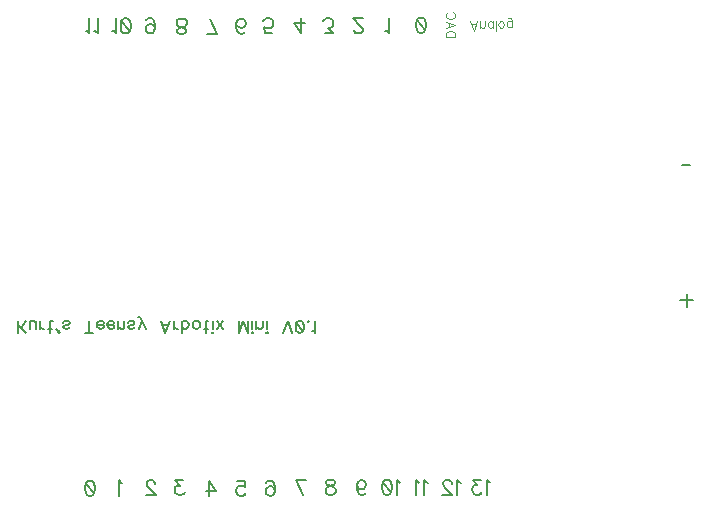
<source format=gbo>
G04 DipTrace 3.0.0.0*
G04 Teensy-Arbotix-mini.gbo*
%MOIN*%
G04 #@! TF.FileFunction,Legend,Bot*
G04 #@! TF.Part,Single*
%ADD89C,0.006176*%
%ADD90C,0.00772*%
%ADD92C,0.004632*%
%FSLAX26Y26*%
G04*
G70*
G90*
G75*
G01*
G04 BotSilk*
%LPD*%
X1545201Y470547D2*
D90*
X1552331Y468170D1*
X1554763Y463417D1*
Y458608D1*
X1552331Y453855D1*
X1547578Y451423D1*
X1538016Y449047D1*
X1530831Y446670D1*
X1526078Y441862D1*
X1523701Y437109D1*
Y429924D1*
X1526078Y425170D1*
X1528454Y422738D1*
X1535639Y420362D1*
X1545201D1*
X1552331Y422738D1*
X1554763Y425170D1*
X1557139Y429924D1*
Y437109D1*
X1554763Y441862D1*
X1549954Y446670D1*
X1542824Y449047D1*
X1533263Y451423D1*
X1528454Y453855D1*
X1526078Y458608D1*
Y463417D1*
X1528454Y468170D1*
X1535639Y470547D1*
X1545201D1*
X1627701Y452855D2*
X1630133Y445670D1*
X1634886Y440862D1*
X1642071Y438485D1*
X1644448D1*
X1651633Y440862D1*
X1656386Y445670D1*
X1658818Y452855D1*
Y455232D1*
X1656386Y462417D1*
X1651633Y467170D1*
X1644448Y469547D1*
X1642071D1*
X1634886Y467170D1*
X1630133Y462417D1*
X1627701Y452855D1*
Y440862D1*
X1630133Y428924D1*
X1634886Y421738D1*
X1642071Y419362D1*
X1646824D1*
X1654010Y421738D1*
X1656386Y426547D1*
X1772127Y460485D2*
X1767319Y462917D1*
X1760134Y470047D1*
Y419862D1*
X1730324Y470047D2*
X1737510Y467670D1*
X1742318Y460485D1*
X1744695Y448547D1*
Y441362D1*
X1742318Y429424D1*
X1737510Y422238D1*
X1730324Y419862D1*
X1725571D1*
X1718386Y422238D1*
X1713633Y429424D1*
X1711201Y441362D1*
Y448547D1*
X1713633Y460485D1*
X1718386Y467670D1*
X1725571Y470047D1*
X1730324D1*
X1713633Y460485D2*
X1742318Y429424D1*
X1863627Y459985D2*
X1858819Y462417D1*
X1851634Y469547D1*
Y419362D1*
X1836195Y459985D2*
X1831386Y462417D1*
X1824201Y469547D1*
Y419362D1*
X1973627Y459485D2*
X1968819Y461917D1*
X1961634Y469047D1*
Y418862D1*
X1943763Y457108D2*
Y459485D1*
X1941386Y464293D1*
X1939010Y466670D1*
X1934201Y469047D1*
X1924639D1*
X1919886Y466670D1*
X1917510Y464293D1*
X1915078Y459485D1*
Y454732D1*
X1917510Y449923D1*
X1922263Y442794D1*
X1946195Y418862D1*
X1912701D1*
X2072627Y460985D2*
X2067819Y463417D1*
X2060634Y470547D1*
Y420362D1*
X2040386Y470547D2*
X2014133D1*
X2028448Y451423D1*
X2021263D1*
X2016510Y449047D1*
X2014133Y446670D1*
X2011701Y439485D1*
Y434732D1*
X2014133Y427547D1*
X2018886Y422738D1*
X2026071Y420362D1*
X2033256D1*
X2040386Y422738D1*
X2042763Y425170D1*
X2045195Y429924D1*
X1722442Y1967454D2*
X1727251Y1965022D1*
X1734436Y1957892D1*
Y2008077D1*
X1618374Y1969830D2*
Y1967454D1*
X1620751Y1962645D1*
X1623127Y1960269D1*
X1627936Y1957892D1*
X1637497D1*
X1642251Y1960269D1*
X1644627Y1962645D1*
X1647059Y1967454D1*
Y1972207D1*
X1644627Y1977015D1*
X1639874Y1984145D1*
X1615942Y2008077D1*
X1649436D1*
X1520751Y1957892D2*
X1547004D1*
X1532689Y1977015D1*
X1539874D1*
X1544627Y1979392D1*
X1547004Y1981769D1*
X1549436Y1988954D1*
Y1993707D1*
X1547004Y2000892D1*
X1542251Y2005700D1*
X1535066Y2008077D1*
X1527881D1*
X1520751Y2005700D1*
X1518374Y2003268D1*
X1515942Y1998515D1*
X1442497Y2008077D2*
Y1957892D1*
X1418566Y1991330D1*
X1454436D1*
X1344627Y1957892D2*
X1320751D1*
X1318374Y1979392D1*
X1320751Y1977015D1*
X1327936Y1974584D1*
X1335065D1*
X1342251Y1977015D1*
X1347059Y1981769D1*
X1349436Y1988954D1*
Y1993707D1*
X1347059Y2000892D1*
X1342251Y2005700D1*
X1335066Y2008077D1*
X1327936D1*
X1320751Y2005700D1*
X1318374Y2003268D1*
X1315942Y1998515D1*
X740324Y467047D2*
X747510Y464670D1*
X752318Y457485D1*
X754695Y445547D1*
Y438362D1*
X752318Y426424D1*
X747510Y419238D1*
X740324Y416862D1*
X735571D1*
X728386Y419238D1*
X723633Y426424D1*
X721201Y438362D1*
Y445547D1*
X723633Y457485D1*
X728386Y464670D1*
X735571Y467047D1*
X740324D1*
X723633Y457485D2*
X752318Y426424D1*
X846695Y457985D2*
X841886Y460417D1*
X834701Y467547D1*
Y417362D1*
X955763Y456108D2*
Y458485D1*
X953386Y463293D1*
X951010Y465670D1*
X946201Y468047D1*
X936639D1*
X931886Y465670D1*
X929510Y463293D1*
X927078Y458485D1*
Y453732D1*
X929510Y448923D1*
X934263Y441794D1*
X958195Y417862D1*
X924701D1*
X1048886Y469047D2*
X1022633D1*
X1036948Y449923D1*
X1029763D1*
X1025010Y447547D1*
X1022633Y445170D1*
X1020201Y437985D1*
Y433232D1*
X1022633Y426047D1*
X1027386Y421238D1*
X1034571Y418862D1*
X1041756D1*
X1048886Y421238D1*
X1051263Y423670D1*
X1053695Y428424D1*
X1135639Y416862D2*
Y467047D1*
X1159571Y433609D1*
X1123701D1*
X1230010Y467047D2*
X1253886D1*
X1256263Y445547D1*
X1253886Y447923D1*
X1246701Y450355D1*
X1239571D1*
X1232386Y447923D1*
X1227578Y443170D1*
X1225201Y435985D1*
Y431232D1*
X1227578Y424047D1*
X1232386Y419238D1*
X1239571Y416862D1*
X1246701D1*
X1253886Y419238D1*
X1256263Y421670D1*
X1258695Y426424D1*
X1326078Y459917D2*
X1328454Y464670D1*
X1335639Y467047D1*
X1340393D1*
X1347578Y464670D1*
X1352386Y457485D1*
X1354763Y445547D1*
Y433609D1*
X1352386Y424047D1*
X1347578Y419238D1*
X1340393Y416862D1*
X1338016D1*
X1330886Y419238D1*
X1326078Y424047D1*
X1323701Y431232D1*
Y433609D1*
X1326078Y440794D1*
X1330886Y445547D1*
X1338016Y447923D1*
X1340393D1*
X1347578Y445547D1*
X1352386Y440794D1*
X1354763Y433609D1*
X1448133Y417862D2*
X1424201Y468047D1*
X1457695D1*
X2029508Y1997632D2*
D92*
X2018001Y1967488D1*
X2006527Y1997632D1*
X2010838Y1987584D2*
X2025197D1*
X2038772Y1977536D2*
Y1997632D1*
Y1983273D2*
X2043083Y1978962D1*
X2045968Y1977536D1*
X2050246D1*
X2053131Y1978962D1*
X2054557Y1983273D1*
Y1997632D1*
X2081031Y1977536D2*
Y1997632D1*
Y1981847D2*
X2078179Y1978962D1*
X2075294Y1977536D1*
X2071016D1*
X2068131Y1978962D1*
X2065279Y1981847D1*
X2063820Y1986158D1*
Y1989010D1*
X2065279Y1993321D1*
X2068131Y1996173D1*
X2071016Y1997632D1*
X2075294D1*
X2078179Y1996173D1*
X2081031Y1993321D1*
X2090295Y1967488D2*
Y1997632D1*
X2106721Y1977536D2*
X2103869Y1978962D1*
X2100984Y1981847D1*
X2099558Y1986158D1*
Y1989010D1*
X2100984Y1993321D1*
X2103869Y1996173D1*
X2106721Y1997632D1*
X2111032D1*
X2113917Y1996173D1*
X2116769Y1993321D1*
X2118228Y1989010D1*
Y1986158D1*
X2116769Y1981847D1*
X2113917Y1978962D1*
X2111032Y1977536D1*
X2106721D1*
X2144703Y1978962D2*
Y2001943D1*
X2143277Y2006221D1*
X2141851Y2007680D1*
X2138966Y2009106D1*
X2134655D1*
X2131803Y2007680D1*
X2144703Y1983273D2*
X2141851Y1980421D1*
X2138966Y1978962D1*
X2134655D1*
X2131803Y1980421D1*
X2128918Y1983273D1*
X2127492Y1987584D1*
Y1990469D1*
X2128918Y1994747D1*
X2131803Y1997632D1*
X2134655Y1999058D1*
X2138966D1*
X2141851Y1997632D1*
X2144703Y1994747D1*
X1839112Y1960404D2*
D90*
X1831926Y1962781D1*
X1827118Y1969966D1*
X1824741Y1981904D1*
Y1989089D1*
X1827118Y2001027D1*
X1831927Y2008212D1*
X1839112Y2010589D1*
X1843865D1*
X1851050Y2008212D1*
X1855803Y2001027D1*
X1858235Y1989089D1*
Y1981904D1*
X1855803Y1969966D1*
X1851050Y1962781D1*
X1843865Y1960404D1*
X1839112D1*
X1855803Y1969966D2*
X1827118Y2001027D1*
X1255408Y1964084D2*
X1253031Y1959330D1*
X1245846Y1956954D1*
X1241093D1*
X1233908Y1959330D1*
X1229100Y1966515D1*
X1226723Y1978454D1*
Y1990392D1*
X1229100Y1999954D1*
X1233908Y2004762D1*
X1241093Y2007139D1*
X1243470D1*
X1250600Y2004762D1*
X1255408Y1999954D1*
X1257785Y1992768D1*
Y1990392D1*
X1255408Y1983207D1*
X1250600Y1978454D1*
X1243470Y1976077D1*
X1241093D1*
X1233908Y1978454D1*
X1229100Y1983207D1*
X1226723Y1990392D1*
X1137853Y2005139D2*
X1161785Y1954954D1*
X1128291D1*
X1039285Y1956954D2*
X1032155Y1959330D1*
X1029723Y1964084D1*
Y1968892D1*
X1032155Y1973645D1*
X1036908Y1976077D1*
X1046470Y1978454D1*
X1053655Y1980830D1*
X1058408Y1985639D1*
X1060785Y1990392D1*
Y1997577D1*
X1058408Y2002330D1*
X1056031Y2004762D1*
X1048846Y2007139D1*
X1039285D1*
X1032155Y2004762D1*
X1029723Y2002330D1*
X1027347Y1997577D1*
Y1990392D1*
X1029723Y1985639D1*
X1034532Y1980830D1*
X1041661Y1978454D1*
X1051223Y1976077D1*
X1056031Y1973645D1*
X1058408Y1968892D1*
Y1964084D1*
X1056031Y1959330D1*
X1048846Y1956954D1*
X1039285D1*
X954785Y1974645D2*
X952353Y1981830D1*
X947600Y1986639D1*
X940415Y1989015D1*
X938038D1*
X930853Y1986639D1*
X926100Y1981830D1*
X923668Y1974645D1*
Y1972269D1*
X926100Y1965084D1*
X930853Y1960330D1*
X938038Y1957954D1*
X940415D1*
X947600Y1960330D1*
X952353Y1965084D1*
X954785Y1974645D1*
Y1986639D1*
X952353Y1998577D1*
X947600Y2005762D1*
X940415Y2008139D1*
X935661D1*
X928476Y2005762D1*
X926100Y2000954D1*
X812859Y1967516D2*
X817667Y1965084D1*
X824852Y1957954D1*
Y2008139D1*
X854661Y1957954D2*
X847476Y1960330D1*
X842668Y1967515D1*
X840291Y1979454D1*
Y1986639D1*
X842668Y1998577D1*
X847476Y2005762D1*
X854661Y2008139D1*
X859415D1*
X866600Y2005762D1*
X871353Y1998577D1*
X873785Y1986639D1*
Y1979454D1*
X871353Y1967515D1*
X866600Y1960330D1*
X859415Y1957954D1*
X854661D1*
X871353Y1967515D2*
X842668Y1998577D1*
X724358Y1967515D2*
X729167Y1965084D1*
X736352Y1957954D1*
Y2008139D1*
X751791Y1967515D2*
X756600Y1965084D1*
X763785Y1957954D1*
Y2008139D1*
X1955036Y1945075D2*
D92*
X1924892D1*
Y1955123D1*
X1926351Y1959434D1*
X1929203Y1962319D1*
X1932088Y1963745D1*
X1936366Y1965171D1*
X1943562D1*
X1947873Y1963745D1*
X1950725Y1962319D1*
X1953610Y1959434D1*
X1955036Y1955123D1*
Y1945075D1*
X1924892Y1997416D2*
X1955036Y1985909D1*
X1924892Y1974435D1*
X1934940Y1978746D2*
Y1993105D1*
X1947873Y2028201D2*
X1950725Y2026775D1*
X1953610Y2023890D1*
X1955036Y2021038D1*
Y2015301D1*
X1953610Y2012416D1*
X1950725Y2009564D1*
X1947873Y2008105D1*
X1943562Y2006679D1*
X1936366D1*
X1932088Y2008105D1*
X1929203Y2009564D1*
X1926351Y2012416D1*
X1924892Y2015301D1*
Y2021038D1*
X1926351Y2023890D1*
X1929203Y2026775D1*
X1932088Y2028201D1*
X2727230Y1046519D2*
D90*
Y1089574D1*
X2705730Y1068074D2*
X2748785D1*
X2711150Y1518046D2*
X2738785D1*
X498006Y959507D2*
D89*
Y999699D1*
X524801Y959507D2*
X498006Y986301D1*
X507557Y976707D2*
X524801Y999699D1*
X537152Y972904D2*
Y992050D1*
X539054Y997753D1*
X542900Y999699D1*
X548648D1*
X552451Y997753D1*
X558199Y992050D1*
Y972904D2*
Y999699D1*
X570550Y972904D2*
Y999699D1*
Y984400D2*
X572496Y978652D1*
X576298Y974805D1*
X580145Y972904D1*
X585893D1*
X603993Y959507D2*
Y992050D1*
X605894Y997753D1*
X609741Y999699D1*
X613543D1*
X598245Y972904D2*
X611642D1*
X635489Y959551D2*
X625895Y971047D1*
X637391Y961452D1*
X635489Y959551D1*
X670789Y978652D2*
X668887Y974805D1*
X663139Y972904D1*
X657391D1*
X651643Y974805D1*
X649742Y978652D1*
X651643Y982455D1*
X655490Y984400D1*
X665041Y986301D1*
X668887Y988203D1*
X670789Y992050D1*
Y993951D1*
X668887Y997753D1*
X663139Y999699D1*
X657391D1*
X651643Y997753D1*
X649742Y993951D1*
X735418Y959507D2*
Y999699D1*
X722021Y959507D2*
X748816D1*
X761167Y984400D2*
X784115D1*
Y980553D1*
X782214Y976707D1*
X780312Y974805D1*
X776466Y972904D1*
X770718D1*
X766915Y974805D1*
X763068Y978652D1*
X761167Y984400D1*
Y988203D1*
X763068Y993951D1*
X766915Y997753D1*
X770718Y999699D1*
X776466D1*
X780312Y997753D1*
X784115Y993951D1*
X796466Y984400D2*
X819414D1*
Y980553D1*
X817513Y976707D1*
X815612Y974805D1*
X811765Y972904D1*
X806017D1*
X802214Y974805D1*
X798368Y978652D1*
X796466Y984400D1*
Y988203D1*
X798368Y993951D1*
X802214Y997753D1*
X806017Y999699D1*
X811765D1*
X815612Y997753D1*
X819414Y993951D1*
X831766Y972904D2*
Y999699D1*
Y980553D2*
X837514Y974805D1*
X841360Y972904D1*
X847064D1*
X850911Y974805D1*
X852812Y980553D1*
Y999699D1*
X886210Y978652D2*
X884309Y974805D1*
X878561Y972904D1*
X872813D1*
X867065Y974805D1*
X865164Y978652D1*
X867065Y982455D1*
X870912Y984400D1*
X880462Y986301D1*
X884309Y988203D1*
X886210Y992050D1*
Y993951D1*
X884309Y997753D1*
X878561Y999699D1*
X872813D1*
X867065Y997753D1*
X865164Y993951D1*
X900507Y972904D2*
X911959Y999699D1*
X908156Y1007348D1*
X904310Y1011195D1*
X900507Y1013096D1*
X898562D1*
X923455Y972904D2*
X911959Y999699D1*
X1005329D2*
X989986Y959507D1*
X974687Y999699D1*
X980435Y986301D2*
X999581D1*
X1017680Y972904D2*
Y999699D1*
Y984400D2*
X1019626Y978652D1*
X1023428Y974805D1*
X1027275Y972904D1*
X1033023D1*
X1045374Y959507D2*
Y999699D1*
Y978652D2*
X1049221Y974805D1*
X1053024Y972904D1*
X1058772D1*
X1062574Y974805D1*
X1066421Y978652D1*
X1068322Y984400D1*
Y988203D1*
X1066421Y993951D1*
X1062574Y997753D1*
X1058772Y999699D1*
X1053024D1*
X1049221Y997753D1*
X1045374Y993951D1*
X1090224Y972904D2*
X1086422Y974805D1*
X1082575Y978652D1*
X1080674Y984400D1*
Y988203D1*
X1082575Y993951D1*
X1086422Y997753D1*
X1090224Y999699D1*
X1095972D1*
X1099819Y997753D1*
X1103622Y993951D1*
X1105567Y988203D1*
Y984400D1*
X1103622Y978652D1*
X1099819Y974805D1*
X1095972Y972904D1*
X1090224D1*
X1123666Y959507D2*
Y992050D1*
X1125568Y997753D1*
X1129414Y999699D1*
X1133217D1*
X1117918Y972904D2*
X1131316D1*
X1145568Y959507D2*
X1147470Y961408D1*
X1149415Y959507D1*
X1147470Y957561D1*
X1145568Y959507D1*
X1147470Y972904D2*
Y999699D1*
X1161767Y972904D2*
X1182813Y999699D1*
Y972904D2*
X1161767Y999699D1*
X1264643D2*
Y959507D1*
X1249344Y999699D1*
X1234045Y959507D1*
Y999699D1*
X1276994Y959507D2*
X1278895Y961408D1*
X1280841Y959507D1*
X1278895Y957561D1*
X1276994Y959507D1*
X1278895Y972904D2*
Y999699D1*
X1293192Y972904D2*
Y999699D1*
Y980553D2*
X1298940Y974805D1*
X1302787Y972904D1*
X1308491D1*
X1312337Y974805D1*
X1314239Y980553D1*
Y999699D1*
X1326590Y959507D2*
X1328491Y961408D1*
X1330437Y959507D1*
X1328491Y957561D1*
X1326590Y959507D1*
X1328491Y972904D2*
Y999699D1*
X1381669Y959507D2*
X1396968Y999699D1*
X1412266Y959507D1*
X1436114Y959551D2*
X1430366Y961452D1*
X1426519Y967200D1*
X1424618Y976751D1*
Y982499D1*
X1426519Y992050D1*
X1430366Y997798D1*
X1436114Y999699D1*
X1439916D1*
X1445664Y997798D1*
X1449467Y992050D1*
X1451412Y982499D1*
Y976751D1*
X1449467Y967200D1*
X1445664Y961452D1*
X1439916Y959551D1*
X1436114D1*
X1449467Y967200D2*
X1426519Y992050D1*
X1465665Y995852D2*
X1463764Y997798D1*
X1465665Y999699D1*
X1467610Y997798D1*
X1465665Y995852D1*
X1479962Y967200D2*
X1483809Y965255D1*
X1489557Y959551D1*
Y999699D1*
M02*

</source>
